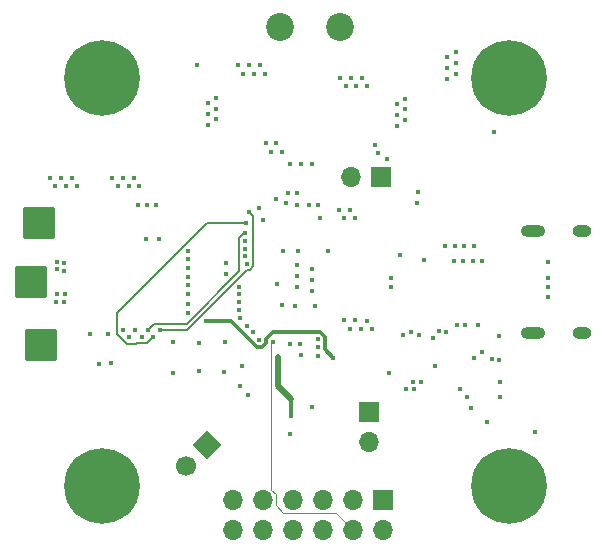
<source format=gbr>
%TF.GenerationSoftware,KiCad,Pcbnew,7.0.1*%
%TF.CreationDate,2023-08-27T06:58:20+02:00*%
%TF.ProjectId,MTR_Tiny_MD,4d54525f-5469-46e7-995f-4d442e6b6963,rev?*%
%TF.SameCoordinates,Original*%
%TF.FileFunction,Copper,L4,Inr*%
%TF.FilePolarity,Positive*%
%FSLAX46Y46*%
G04 Gerber Fmt 4.6, Leading zero omitted, Abs format (unit mm)*
G04 Created by KiCad (PCBNEW 7.0.1) date 2023-08-27 06:58:20*
%MOMM*%
%LPD*%
G01*
G04 APERTURE LIST*
G04 Aperture macros list*
%AMRoundRect*
0 Rectangle with rounded corners*
0 $1 Rounding radius*
0 $2 $3 $4 $5 $6 $7 $8 $9 X,Y pos of 4 corners*
0 Add a 4 corners polygon primitive as box body*
4,1,4,$2,$3,$4,$5,$6,$7,$8,$9,$2,$3,0*
0 Add four circle primitives for the rounded corners*
1,1,$1+$1,$2,$3*
1,1,$1+$1,$4,$5*
1,1,$1+$1,$6,$7*
1,1,$1+$1,$8,$9*
0 Add four rect primitives between the rounded corners*
20,1,$1+$1,$2,$3,$4,$5,0*
20,1,$1+$1,$4,$5,$6,$7,0*
20,1,$1+$1,$6,$7,$8,$9,0*
20,1,$1+$1,$8,$9,$2,$3,0*%
%AMHorizOval*
0 Thick line with rounded ends*
0 $1 width*
0 $2 $3 position (X,Y) of the first rounded end (center of the circle)*
0 $4 $5 position (X,Y) of the second rounded end (center of the circle)*
0 Add line between two ends*
20,1,$1,$2,$3,$4,$5,0*
0 Add two circle primitives to create the rounded ends*
1,1,$1,$2,$3*
1,1,$1,$4,$5*%
%AMRotRect*
0 Rectangle, with rotation*
0 The origin of the aperture is its center*
0 $1 length*
0 $2 width*
0 $3 Rotation angle, in degrees counterclockwise*
0 Add horizontal line*
21,1,$1,$2,0,0,$3*%
G04 Aperture macros list end*
%TA.AperFunction,ComponentPad*%
%ADD10R,1.700000X1.700000*%
%TD*%
%TA.AperFunction,ComponentPad*%
%ADD11O,1.700000X1.700000*%
%TD*%
%TA.AperFunction,ComponentPad*%
%ADD12RoundRect,0.165000X1.210000X-1.210000X1.210000X1.210000X-1.210000X1.210000X-1.210000X-1.210000X0*%
%TD*%
%TA.AperFunction,ComponentPad*%
%ADD13C,0.800000*%
%TD*%
%TA.AperFunction,ComponentPad*%
%ADD14C,6.400000*%
%TD*%
%TA.AperFunction,ComponentPad*%
%ADD15C,2.362200*%
%TD*%
%TA.AperFunction,ComponentPad*%
%ADD16O,2.100000X1.000000*%
%TD*%
%TA.AperFunction,ComponentPad*%
%ADD17O,1.600000X1.000000*%
%TD*%
%TA.AperFunction,ComponentPad*%
%ADD18RotRect,1.700000X1.700000X315.000000*%
%TD*%
%TA.AperFunction,ComponentPad*%
%ADD19HorizOval,1.700000X0.000000X0.000000X0.000000X0.000000X0*%
%TD*%
%TA.AperFunction,ViaPad*%
%ADD20C,0.450000*%
%TD*%
%TA.AperFunction,Conductor*%
%ADD21C,0.300000*%
%TD*%
%TA.AperFunction,Conductor*%
%ADD22C,0.500000*%
%TD*%
%TA.AperFunction,Conductor*%
%ADD23C,0.100000*%
%TD*%
%TA.AperFunction,Conductor*%
%ADD24C,0.200000*%
%TD*%
G04 APERTURE END LIST*
D10*
%TO.N,GND*%
%TO.C,J5*%
X110400000Y-111025000D03*
D11*
%TO.N,DOUT*%
X110400000Y-113565000D03*
%TD*%
D12*
%TO.N,OUTC*%
%TO.C,H12*%
X82620000Y-105310000D03*
%TD*%
D13*
%TO.N,GND*%
%TO.C,H1*%
X119850000Y-117250000D03*
X120552944Y-115552944D03*
X120552944Y-118947056D03*
X122250000Y-114850000D03*
D14*
X122250000Y-117250000D03*
D13*
X122250000Y-119650000D03*
X123947056Y-115552944D03*
X123947056Y-118947056D03*
X124650000Y-117250000D03*
%TD*%
%TO.N,GND*%
%TO.C,H3*%
X119850000Y-82750000D03*
X120552944Y-81052944D03*
X120552944Y-84447056D03*
X122250000Y-80350000D03*
D14*
X122250000Y-82750000D03*
D13*
X122250000Y-85150000D03*
X123947056Y-81052944D03*
X123947056Y-84447056D03*
X124650000Y-82750000D03*
%TD*%
%TO.N,GND*%
%TO.C,H8*%
X85350000Y-82750000D03*
X86052944Y-81052944D03*
X86052944Y-84447056D03*
X87750000Y-80350000D03*
D14*
X87750000Y-82750000D03*
D13*
X87750000Y-85150000D03*
X89447056Y-81052944D03*
X89447056Y-84447056D03*
X90150000Y-82750000D03*
%TD*%
%TO.N,GND*%
%TO.C,H9*%
X85350000Y-117250000D03*
X86052944Y-115552944D03*
X86052944Y-118947056D03*
X87750000Y-114850000D03*
D14*
X87750000Y-117250000D03*
D13*
X87750000Y-119650000D03*
X89447056Y-115552944D03*
X89447056Y-118947056D03*
X90150000Y-117250000D03*
%TD*%
D15*
%TO.N,/VM*%
%TO.C,J6*%
X107890000Y-78450000D03*
%TO.N,GND*%
X102890000Y-78450000D03*
%TD*%
D16*
%TO.N,unconnected-(J1-SHIELD-PadS1)*%
%TO.C,J1*%
X124280000Y-104370000D03*
D17*
X128460000Y-104370000D03*
D16*
X124280000Y-95730000D03*
D17*
X128460000Y-95730000D03*
%TD*%
D18*
%TO.N,SWD*%
%TO.C,J3*%
X96700000Y-113800000D03*
D19*
%TO.N,SWCLK*%
X94903949Y-115596051D03*
%TD*%
D10*
%TO.N,3V3_BUCK*%
%TO.C,J2*%
X111540000Y-118450000D03*
D11*
%TO.N,GND*%
X111540000Y-120990000D03*
%TO.N,GPIO23*%
X109000000Y-118450000D03*
%TO.N,GPIO21*%
X109000000Y-120990000D03*
%TO.N,+VBUS_OUT*%
X106460000Y-118450000D03*
%TO.N,GPIO20*%
X106460000Y-120990000D03*
%TO.N,GPIO25*%
X103920000Y-118450000D03*
%TO.N,GPIO2*%
X103920000Y-120990000D03*
%TO.N,GPIO24*%
X101380000Y-118450000D03*
%TO.N,GPIO3*%
X101380000Y-120990000D03*
%TO.N,GPIO22*%
X98840000Y-118450000D03*
%TO.N,GPIO9*%
X98840000Y-120990000D03*
%TD*%
D12*
%TO.N,OUTB*%
%TO.C,H11*%
X81740000Y-100030000D03*
%TD*%
%TO.N,OUTA*%
%TO.C,H10*%
X82440000Y-95030000D03*
%TD*%
D10*
%TO.N,UART_TX*%
%TO.C,J4*%
X111400000Y-91100000D03*
D11*
%TO.N,UART_RX*%
X108860000Y-91100000D03*
%TD*%
D20*
%TO.N,+1V1*%
X102600000Y-100175000D03*
X98300000Y-99325000D03*
%TO.N,3V3_BUCK*%
X108775000Y-93900000D03*
X103000000Y-88975000D03*
X109225000Y-94600000D03*
X112725000Y-85850000D03*
X109225000Y-103250000D03*
X108300000Y-103250000D03*
X121425000Y-106575000D03*
X110200000Y-103300000D03*
X112725000Y-86775000D03*
X104275000Y-92450000D03*
X121450000Y-108500000D03*
X114450000Y-93305000D03*
X110600000Y-103950000D03*
X108300000Y-94600000D03*
X113425000Y-84475000D03*
X95800000Y-81625000D03*
X103550000Y-92450000D03*
X88575000Y-106900000D03*
X103775000Y-109925000D03*
X113425000Y-86325000D03*
X98300000Y-98403750D03*
X103750000Y-110675000D03*
X119300469Y-106449000D03*
X120975000Y-87350000D03*
X113425000Y-85400000D03*
X103750000Y-111375000D03*
X104365000Y-97347100D03*
X103095000Y-97347100D03*
X102650000Y-106400000D03*
X101625000Y-88275000D03*
X108750000Y-103950000D03*
X109675000Y-103950000D03*
X102075000Y-88975000D03*
X102550000Y-88275000D03*
X107850000Y-93900000D03*
X112725000Y-84925000D03*
%TO.N,Current_A*%
X95050000Y-97350000D03*
X93750000Y-105050000D03*
%TO.N,Current_B*%
X95950000Y-105150000D03*
X95096127Y-98045630D03*
%TO.N,Current_C*%
X95091757Y-98791757D03*
X98150000Y-105050000D03*
%TO.N,VREF*%
X95100000Y-99550000D03*
X107349500Y-106425000D03*
X96545878Y-103354122D03*
%TO.N,DOUT*%
X103675000Y-112900000D03*
%TO.N,GPIO25*%
X105550000Y-110625000D03*
%TO.N,USB_D+*%
X125500000Y-99700000D03*
X112280000Y-99700000D03*
%TO.N,USB_D-*%
X125500000Y-100400000D03*
X112280000Y-100400000D03*
%TO.N,GPIO24*%
X104665322Y-106162026D03*
%TO.N,GPIO22*%
X103674500Y-105250000D03*
%TO.N,GPIO9*%
X101435523Y-94764477D03*
%TO.N,GPIO3*%
X106100000Y-93500000D03*
%TO.N,GPIO2*%
X106275500Y-94550000D03*
%TO.N,GPIO20*%
X101100000Y-104900000D03*
%TO.N,GPIO21*%
X102250000Y-105100000D03*
%TO.N,SWD*%
X99413337Y-101053153D03*
%TO.N,SWCLK*%
X99403721Y-100403722D03*
%TO.N,RUN*%
X120350000Y-111825000D03*
X99398827Y-101702494D03*
%TO.N,nFAULT*%
X102500000Y-92950000D03*
X87550000Y-106950000D03*
%TO.N,I2C_SDA*%
X105850000Y-102025000D03*
X105300000Y-93500000D03*
X119925000Y-98224500D03*
X111950000Y-89575000D03*
%TO.N,I2C_SCL*%
X119175000Y-98224500D03*
X111161833Y-89081555D03*
X104100000Y-102000000D03*
X104250000Y-93500000D03*
%TO.N,nSLEEP*%
X88250000Y-104400000D03*
X103360523Y-93289477D03*
%TO.N,DRVOFF*%
X101100000Y-93750000D03*
X86750000Y-104375000D03*
%TO.N,INLC*%
X92699000Y-104081112D03*
X100250000Y-94100000D03*
%TO.N,INHC*%
X92125000Y-104700000D03*
X99950000Y-95000000D03*
%TO.N,INLB*%
X91649500Y-104100000D03*
X99924500Y-95890475D03*
%TO.N,INHB*%
X91125000Y-104675000D03*
X99924500Y-96539978D03*
%TO.N,INLA*%
X99924500Y-97189481D03*
X90600000Y-104100000D03*
%TO.N,INHA*%
X99924500Y-97838984D03*
X90075000Y-104700000D03*
%TO.N,SPI_MISO*%
X95050000Y-101850000D03*
X99400004Y-102351995D03*
%TO.N,SPI_SS*%
X95100000Y-100300000D03*
X99450000Y-103100000D03*
%TO.N,SPI_SCK*%
X95100000Y-101050000D03*
X100050000Y-103700000D03*
%TO.N,SPI_MOSI*%
X100600000Y-104250000D03*
X95100000Y-102650000D03*
%TO.N,DIR_Pin*%
X103025000Y-101975000D03*
%TO.N,GPIO23*%
X104500000Y-105250000D03*
X124400000Y-112700000D03*
%TO.N,Net-(U1-GPIO26_ADC0)*%
X106024500Y-104850000D03*
X93750000Y-107675000D03*
%TO.N,Net-(U1-GPIO27_ADC1)*%
X106062250Y-105553151D03*
X95975000Y-107575000D03*
%TO.N,Net-(U1-GPIO28_ADC2)*%
X98125000Y-107600000D03*
X106100000Y-106300000D03*
%TO.N,+VBUS_OUT*%
X114105885Y-108505885D03*
X113524500Y-109075000D03*
X114225000Y-109075000D03*
X114796947Y-108505885D03*
%TO.N,VBUS_MIN*%
X115816207Y-104735585D03*
%TO.N,ISNK_FINE*%
X119603575Y-103625500D03*
X119000000Y-110675000D03*
%TO.N,ALIM*%
X99275000Y-81675000D03*
X99725000Y-82375000D03*
X89100000Y-91900000D03*
X101575000Y-82375000D03*
X101125000Y-81675000D03*
X88650000Y-91200000D03*
X100200000Y-81675000D03*
X100650000Y-82375000D03*
X117725000Y-81475000D03*
X117725000Y-82400000D03*
X90025000Y-91900000D03*
X117025000Y-81925000D03*
X89575000Y-91200000D03*
X117025000Y-81000000D03*
X120775709Y-106558511D03*
X90950000Y-91900000D03*
X117025000Y-82850000D03*
X90500000Y-91200000D03*
X117725000Y-80550000D03*
%TO.N,+VBUS_FET_EN*%
X116927796Y-104214207D03*
X119925500Y-105924500D03*
%TO.N,GATE*%
X118686622Y-109711622D03*
X113908148Y-104246945D03*
%TO.N,SAFE_PWR_EN*%
X117825000Y-103625500D03*
%TO.N,SOURCE*%
X112050000Y-107725000D03*
X114625000Y-104500000D03*
%TO.N,/CC1*%
X117575081Y-98224500D03*
X125525000Y-101300000D03*
%TO.N,/CC2*%
X118302241Y-98224500D03*
X125525000Y-98300000D03*
%TO.N,GND*%
X84600000Y-98425000D03*
X103725000Y-90025000D03*
X104650000Y-90025000D03*
X97450000Y-85325000D03*
X84725000Y-91875000D03*
X115965500Y-107124500D03*
X96750000Y-84850000D03*
X92325000Y-93450000D03*
X108400000Y-83400000D03*
X105550000Y-98900000D03*
X99423819Y-108849500D03*
X113000000Y-97700000D03*
X104325000Y-99475000D03*
X96750000Y-86700000D03*
X107950000Y-82700000D03*
X100150000Y-109550000D03*
X89534311Y-104075626D03*
X84600000Y-99075000D03*
X108875000Y-82700000D03*
X105550000Y-100750000D03*
X84650000Y-101050000D03*
X85650000Y-91875000D03*
X110925000Y-88450000D03*
X84525000Y-101675000D03*
X105575000Y-90025000D03*
X106875000Y-97350000D03*
X83875000Y-101675000D03*
X96750000Y-85775000D03*
X100053721Y-98475500D03*
X105550000Y-99825000D03*
X90825000Y-93449500D03*
X83800000Y-91875000D03*
X92594990Y-96369990D03*
X97450000Y-84400000D03*
X83350000Y-91175000D03*
X84275000Y-91175000D03*
X110250000Y-83400000D03*
X85200000Y-91175000D03*
X104325000Y-98550000D03*
X115075000Y-98175000D03*
X104325000Y-100400000D03*
X109800000Y-82700000D03*
X91575000Y-93450000D03*
X114500000Y-92375000D03*
X84000000Y-101050000D03*
X99625000Y-107125500D03*
X83975000Y-98950000D03*
X83975000Y-98300000D03*
X121450000Y-109775000D03*
X91491622Y-96366622D03*
X97450000Y-86250000D03*
X109325000Y-83400000D03*
%TO.N,ISNK_COARSE*%
X121425000Y-104600000D03*
X118544319Y-103614638D03*
%TO.N,VBUS_MAX*%
X116278490Y-104198242D03*
%TO.N,+VBUS*%
X118425000Y-96924500D03*
X117650000Y-96924500D03*
X119250000Y-96925000D03*
X116825000Y-96924000D03*
%TO.N,DRAIN_1*%
X118075000Y-109100000D03*
X113300000Y-104475000D03*
%TD*%
D21*
%TO.N,3V3_BUCK*%
X103750000Y-111375000D02*
X103750000Y-110675000D01*
D22*
X102650000Y-106400000D02*
X102650000Y-108800000D01*
X102650000Y-108800000D02*
X103775000Y-109925000D01*
D21*
X103775000Y-109925000D02*
X103775000Y-110650000D01*
X103775000Y-110650000D02*
X103750000Y-110675000D01*
%TO.N,VREF*%
X100861827Y-105475000D02*
X98740949Y-103354122D01*
X98740949Y-103354122D02*
X96545878Y-103354122D01*
X101338173Y-105475000D02*
X100861827Y-105475000D01*
X106637250Y-105712750D02*
X106637250Y-104649577D01*
X102261827Y-104275000D02*
X101675000Y-104861827D01*
X106262673Y-104275000D02*
X102261827Y-104275000D01*
X107349500Y-106425000D02*
X106637250Y-105712750D01*
X101675000Y-105138173D02*
X101338173Y-105475000D01*
X101675000Y-104861827D02*
X101675000Y-105138173D01*
X106637250Y-104649577D02*
X106262673Y-104275000D01*
D23*
%TO.N,GPIO21*%
X102075000Y-117589365D02*
X102075000Y-105275000D01*
X102075000Y-105275000D02*
X102250000Y-105100000D01*
X102480000Y-118905635D02*
X102480000Y-117994365D01*
X103124365Y-119550000D02*
X102480000Y-118905635D01*
X109000000Y-120990000D02*
X107560000Y-119550000D01*
X107560000Y-119550000D02*
X103124365Y-119550000D01*
X102480000Y-117994365D02*
X102075000Y-117589365D01*
D24*
%TO.N,INLC*%
X92699000Y-104081112D02*
X94984574Y-104081112D01*
X100271184Y-99000500D02*
X100578721Y-98692963D01*
X100578721Y-98692963D02*
X100578721Y-94428721D01*
X100065186Y-99000500D02*
X100271184Y-99000500D01*
X100578721Y-94428721D02*
X100250000Y-94100000D01*
X94984574Y-104081112D02*
X100065186Y-99000500D01*
%TO.N,INHC*%
X89857537Y-105225000D02*
X89009311Y-104376774D01*
X96650000Y-95000000D02*
X99950000Y-95000000D01*
X89009311Y-104376774D02*
X89009311Y-102640689D01*
X89009311Y-102640689D02*
X96650000Y-95000000D01*
X90682537Y-105200000D02*
X90657537Y-105225000D01*
X92125000Y-104700000D02*
X91625000Y-105200000D01*
X90657537Y-105225000D02*
X89857537Y-105225000D01*
X91625000Y-105200000D02*
X90682537Y-105200000D01*
%TO.N,INLB*%
X92193388Y-103556112D02*
X94943888Y-103556112D01*
X99399500Y-96322515D02*
X99831540Y-95890475D01*
X99831540Y-95890475D02*
X99924500Y-95890475D01*
X94943888Y-103556112D02*
X99399500Y-99100500D01*
X99399500Y-99100500D02*
X99399500Y-96322515D01*
X91649500Y-104100000D02*
X92193388Y-103556112D01*
%TD*%
M02*

</source>
